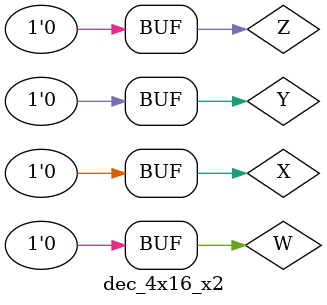
<source format=v>
`timescale 1ns / 1ps


module dec_4x16_x2;

	// Inputs
	reg X;
	reg Y;
	reg Z;
	reg W;

	// Outputs
	wire [15:0] D;

	// Instantiate the Unit Under Test (UUT)
	dec_4x16_x_fault2 uut (
		.D(D), 
		.X(X), 
		.Y(Y), 
		.Z(Z), 
		.W(W)
	);

	initial begin
		// Initialize Inputs
		X = 0;
		Y = 0;
		Z = 0;
		W = 0;

		// Wait 100 ns for global reset to finish
		#100;
        
		// Add stimulus here

	end
      
endmodule


</source>
